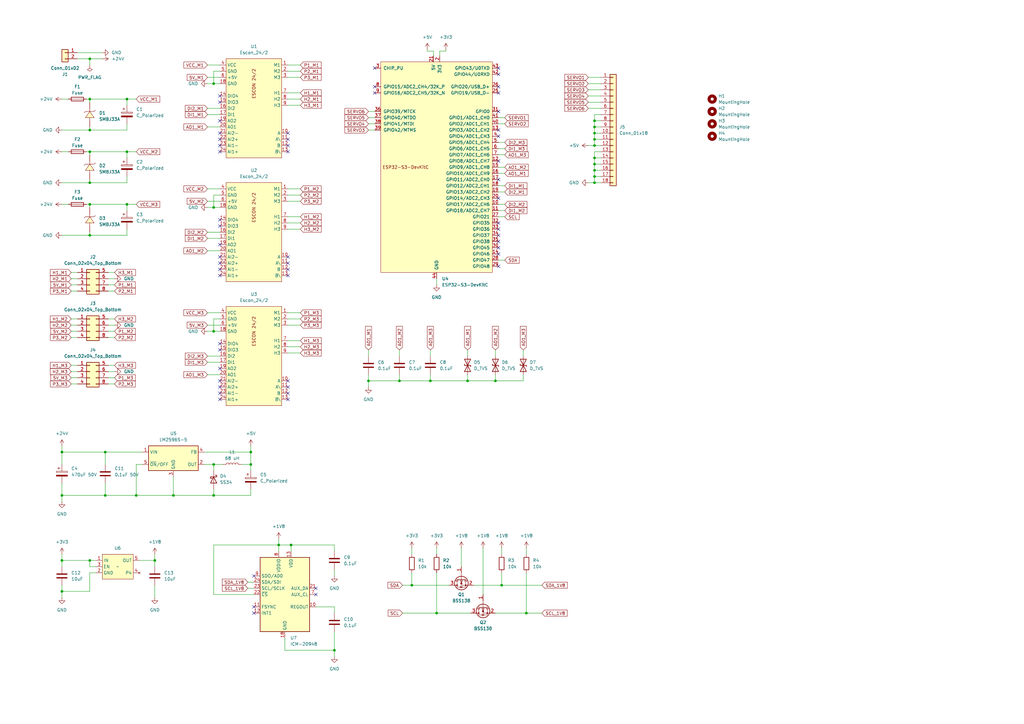
<source format=kicad_sch>
(kicad_sch (version 20230121) (generator eeschema)
  (paper "A3")
  (junction (at 36.83 40.64))
  (junction (at 243.84 54.61))
  (junction (at 43.18 185.42))
  (junction (at 87.63 190.5))
  (junction (at 215.9 251.46))
  (junction (at 25.4 203.2))
  (junction (at 119.38 223.52))
  (junction (at 243.84 49.53))
  (junction (at 151.13 156.21))
  (junction (at 52.07 62.23))
  (junction (at 87.63 34.29))
  (junction (at 71.12 203.2))
  (junction (at 25.4 185.42))
  (junction (at 243.84 69.85))
  (junction (at 36.83 24.13))
  (junction (at 191.77 156.21))
  (junction (at 243.84 72.39))
  (junction (at 243.84 52.07))
  (junction (at 87.63 85.09))
  (junction (at 63.5 229.87))
  (junction (at 176.53 156.21))
  (junction (at 102.87 190.5))
  (junction (at 243.84 57.15))
  (junction (at 163.83 156.21))
  (junction (at 205.74 240.03))
  (junction (at 114.3 223.52))
  (junction (at 36.83 229.87))
  (junction (at 243.84 64.77))
  (junction (at 243.84 67.31))
  (junction (at 25.4 229.87))
  (junction (at 52.07 83.82))
  (junction (at 243.84 59.69))
  (junction (at 168.91 240.03))
  (junction (at 36.83 74.93))
  (junction (at 102.87 185.42))
  (junction (at 43.18 203.2))
  (junction (at 179.07 251.46))
  (junction (at 87.63 135.89))
  (junction (at 55.88 203.2))
  (junction (at 36.83 62.23))
  (junction (at 36.83 83.82))
  (junction (at 36.83 53.34))
  (junction (at 25.4 242.57))
  (junction (at 36.83 96.52))
  (junction (at 87.63 203.2))
  (junction (at 52.07 40.64))
  (junction (at 137.16 266.7))
  (junction (at 203.2 156.21))
  (junction (at 243.84 74.93))
  (no_connect (at 118.11 107.95))
  (no_connect (at 204.47 30.48))
  (no_connect (at 204.47 73.66))
  (no_connect (at 104.14 248.92))
  (no_connect (at 204.47 45.72))
  (no_connect (at 90.17 161.29))
  (no_connect (at 118.11 156.21))
  (no_connect (at 90.17 110.49))
  (no_connect (at 90.17 158.75))
  (no_connect (at 90.17 49.53))
  (no_connect (at 118.11 110.49))
  (no_connect (at 90.17 156.21))
  (no_connect (at 204.47 101.6))
  (no_connect (at 129.54 243.84))
  (no_connect (at 90.17 105.41))
  (no_connect (at 90.17 59.69))
  (no_connect (at 104.14 251.46))
  (no_connect (at 118.11 54.61))
  (no_connect (at 118.11 113.03))
  (no_connect (at 90.17 57.15))
  (no_connect (at 204.47 99.06))
  (no_connect (at 90.17 54.61))
  (no_connect (at 90.17 143.51))
  (no_connect (at 90.17 107.95))
  (no_connect (at 90.17 113.03))
  (no_connect (at 204.47 93.98))
  (no_connect (at 204.47 55.88))
  (no_connect (at 204.47 109.22))
  (no_connect (at 118.11 105.41))
  (no_connect (at 90.17 62.23))
  (no_connect (at 129.54 241.3))
  (no_connect (at 204.47 38.1))
  (no_connect (at 204.47 96.52))
  (no_connect (at 118.11 57.15))
  (no_connect (at 90.17 100.33))
  (no_connect (at 204.47 35.56))
  (no_connect (at 204.47 53.34))
  (no_connect (at 204.47 27.94))
  (no_connect (at 104.14 236.22))
  (no_connect (at 90.17 140.97))
  (no_connect (at 90.17 92.71))
  (no_connect (at 118.11 163.83))
  (no_connect (at 153.67 35.56))
  (no_connect (at 90.17 41.91))
  (no_connect (at 90.17 39.37))
  (no_connect (at 118.11 161.29))
  (no_connect (at 204.47 91.44))
  (no_connect (at 204.47 66.04))
  (no_connect (at 204.47 81.28))
  (no_connect (at 153.67 38.1))
  (no_connect (at 90.17 151.13))
  (no_connect (at 118.11 62.23))
  (no_connect (at 204.47 104.14))
  (no_connect (at 90.17 163.83))
  (no_connect (at 153.67 27.94))
  (no_connect (at 118.11 158.75))
  (no_connect (at 118.11 59.69))
  (no_connect (at 90.17 90.17))
  (wire (pts (xy 204.47 86.36) (xy 207.01 86.36)))
  (wire (pts (xy 179.07 114.3) (xy 179.07 116.84)))
  (wire (pts (xy 29.21 135.89) (xy 31.75 135.89)))
  (wire (pts (xy 203.2 251.46) (xy 215.9 251.46)))
  (wire (pts (xy 87.63 135.89) (xy 90.17 135.89)))
  (wire (pts (xy 241.3 59.69) (xy 243.84 59.69)))
  (wire (pts (xy 114.3 220.98) (xy 114.3 223.52)))
  (wire (pts (xy 204.47 50.8) (xy 207.01 50.8)))
  (wire (pts (xy 63.5 227.33) (xy 63.5 229.87)))
  (wire (pts (xy 29.21 114.3) (xy 31.75 114.3)))
  (wire (pts (xy 176.53 153.67) (xy 176.53 156.21)))
  (wire (pts (xy 44.45 133.35) (xy 46.99 133.35)))
  (wire (pts (xy 243.84 69.85) (xy 243.84 72.39)))
  (wire (pts (xy 85.09 31.75) (xy 90.17 31.75)))
  (wire (pts (xy 29.21 119.38) (xy 31.75 119.38)))
  (wire (pts (xy 52.07 62.23) (xy 55.88 62.23)))
  (wire (pts (xy 25.4 198.12) (xy 25.4 203.2)))
  (wire (pts (xy 52.07 64.77) (xy 52.07 62.23)))
  (wire (pts (xy 114.3 223.52) (xy 114.3 226.06)))
  (wire (pts (xy 241.3 36.83) (xy 246.38 36.83)))
  (wire (pts (xy 203.2 153.67) (xy 203.2 156.21)))
  (wire (pts (xy 83.82 190.5) (xy 87.63 190.5)))
  (wire (pts (xy 36.83 74.93) (xy 52.07 74.93)))
  (wire (pts (xy 85.09 85.09) (xy 87.63 85.09)))
  (wire (pts (xy 194.31 240.03) (xy 205.74 240.03)))
  (wire (pts (xy 198.12 224.79) (xy 198.12 243.84)))
  (wire (pts (xy 119.38 226.06) (xy 119.38 223.52)))
  (wire (pts (xy 179.07 224.79) (xy 179.07 227.33)))
  (wire (pts (xy 58.42 190.5) (xy 55.88 190.5)))
  (wire (pts (xy 102.87 182.88) (xy 102.87 185.42)))
  (wire (pts (xy 55.88 190.5) (xy 55.88 203.2)))
  (wire (pts (xy 35.56 40.64) (xy 36.83 40.64)))
  (wire (pts (xy 204.47 68.58) (xy 207.01 68.58)))
  (wire (pts (xy 36.83 62.23) (xy 52.07 62.23)))
  (wire (pts (xy 52.07 43.18) (xy 52.07 40.64)))
  (wire (pts (xy 204.47 63.5) (xy 207.01 63.5)))
  (wire (pts (xy 118.11 139.7) (xy 123.19 139.7)))
  (wire (pts (xy 52.07 83.82) (xy 55.88 83.82)))
  (wire (pts (xy 175.26 20.955) (xy 177.8 20.955)))
  (wire (pts (xy 137.16 233.68) (xy 137.16 236.22)))
  (wire (pts (xy 137.16 248.92) (xy 137.16 251.46)))
  (wire (pts (xy 102.87 203.2) (xy 87.63 203.2)))
  (wire (pts (xy 246.38 72.39) (xy 243.84 72.39)))
  (wire (pts (xy 189.23 224.79) (xy 189.23 232.41)))
  (wire (pts (xy 243.84 49.53) (xy 243.84 46.99)))
  (wire (pts (xy 137.16 226.06) (xy 137.16 223.52)))
  (wire (pts (xy 44.45 114.3) (xy 46.99 114.3)))
  (wire (pts (xy 52.07 86.36) (xy 52.07 83.82)))
  (wire (pts (xy 36.83 83.82) (xy 36.83 85.09)))
  (wire (pts (xy 191.77 153.67) (xy 191.77 156.21)))
  (wire (pts (xy 85.09 128.27) (xy 90.17 128.27)))
  (wire (pts (xy 44.45 116.84) (xy 46.99 116.84)))
  (wire (pts (xy 246.38 54.61) (xy 243.84 54.61)))
  (wire (pts (xy 118.11 38.1) (xy 123.19 38.1)))
  (wire (pts (xy 118.11 128.27) (xy 123.19 128.27)))
  (wire (pts (xy 176.53 143.51) (xy 176.53 146.05)))
  (wire (pts (xy 36.83 40.64) (xy 36.83 41.91)))
  (wire (pts (xy 25.4 240.03) (xy 25.4 242.57)))
  (wire (pts (xy 205.74 234.95) (xy 205.74 240.03)))
  (wire (pts (xy 243.84 46.99) (xy 246.38 46.99)))
  (wire (pts (xy 137.16 266.7) (xy 137.16 269.24)))
  (wire (pts (xy 163.83 156.21) (xy 176.53 156.21)))
  (wire (pts (xy 165.1 251.46) (xy 179.07 251.46)))
  (wire (pts (xy 246.38 59.69) (xy 243.84 59.69)))
  (wire (pts (xy 85.09 34.29) (xy 87.63 34.29)))
  (wire (pts (xy 29.21 157.48) (xy 31.75 157.48)))
  (wire (pts (xy 243.84 52.07) (xy 243.84 49.53)))
  (wire (pts (xy 118.11 130.81) (xy 123.19 130.81)))
  (wire (pts (xy 246.38 49.53) (xy 243.84 49.53)))
  (wire (pts (xy 52.07 50.8) (xy 52.07 53.34)))
  (wire (pts (xy 241.3 34.29) (xy 246.38 34.29)))
  (wire (pts (xy 151.13 50.8) (xy 153.67 50.8)))
  (wire (pts (xy 246.38 67.31) (xy 243.84 67.31)))
  (wire (pts (xy 118.11 26.67) (xy 123.19 26.67)))
  (wire (pts (xy 29.21 130.81) (xy 31.75 130.81)))
  (wire (pts (xy 25.4 229.87) (xy 25.4 232.41)))
  (wire (pts (xy 241.3 74.93) (xy 243.84 74.93)))
  (wire (pts (xy 52.07 72.39) (xy 52.07 74.93)))
  (wire (pts (xy 163.83 143.51) (xy 163.83 146.05)))
  (wire (pts (xy 246.38 74.93) (xy 243.84 74.93)))
  (wire (pts (xy 182.88 20.955) (xy 180.34 20.955)))
  (wire (pts (xy 116.84 266.7) (xy 137.16 266.7)))
  (wire (pts (xy 129.54 248.92) (xy 137.16 248.92)))
  (wire (pts (xy 204.47 83.82) (xy 207.01 83.82)))
  (wire (pts (xy 118.11 77.47) (xy 123.19 77.47)))
  (wire (pts (xy 87.63 190.5) (xy 91.44 190.5)))
  (wire (pts (xy 168.91 224.79) (xy 168.91 227.33)))
  (wire (pts (xy 168.91 234.95) (xy 168.91 240.03)))
  (wire (pts (xy 203.2 143.51) (xy 203.2 146.05)))
  (wire (pts (xy 39.37 232.41) (xy 36.83 232.41)))
  (wire (pts (xy 85.09 135.89) (xy 87.63 135.89)))
  (wire (pts (xy 44.45 149.86) (xy 46.99 149.86)))
  (wire (pts (xy 29.21 111.76) (xy 31.75 111.76)))
  (wire (pts (xy 204.47 106.68) (xy 207.01 106.68)))
  (wire (pts (xy 204.47 60.96) (xy 207.01 60.96)))
  (wire (pts (xy 191.77 156.21) (xy 203.2 156.21)))
  (wire (pts (xy 25.4 203.2) (xy 43.18 203.2)))
  (wire (pts (xy 241.3 44.45) (xy 246.38 44.45)))
  (wire (pts (xy 85.09 146.05) (xy 90.17 146.05)))
  (wire (pts (xy 116.84 261.62) (xy 116.84 266.7)))
  (wire (pts (xy 118.11 144.78) (xy 123.19 144.78)))
  (wire (pts (xy 36.83 234.95) (xy 36.83 242.57)))
  (wire (pts (xy 85.09 95.25) (xy 90.17 95.25)))
  (wire (pts (xy 29.21 116.84) (xy 31.75 116.84)))
  (wire (pts (xy 182.88 20.32) (xy 182.88 20.955)))
  (wire (pts (xy 87.63 80.01) (xy 87.63 85.09)))
  (wire (pts (xy 25.4 96.52) (xy 36.83 96.52)))
  (wire (pts (xy 85.09 102.87) (xy 90.17 102.87)))
  (wire (pts (xy 43.18 185.42) (xy 58.42 185.42)))
  (wire (pts (xy 151.13 53.34) (xy 153.67 53.34)))
  (wire (pts (xy 85.09 97.79) (xy 90.17 97.79)))
  (wire (pts (xy 25.4 83.82) (xy 27.94 83.82)))
  (wire (pts (xy 71.12 195.58) (xy 71.12 203.2)))
  (wire (pts (xy 57.15 229.87) (xy 63.5 229.87)))
  (wire (pts (xy 243.84 72.39) (xy 243.84 74.93)))
  (wire (pts (xy 243.84 59.69) (xy 243.84 57.15)))
  (wire (pts (xy 90.17 29.21) (xy 87.63 29.21)))
  (wire (pts (xy 36.83 52.07) (xy 36.83 53.34)))
  (wire (pts (xy 43.18 198.12) (xy 43.18 203.2)))
  (wire (pts (xy 52.07 40.64) (xy 55.88 40.64)))
  (wire (pts (xy 36.83 232.41) (xy 36.83 229.87)))
  (wire (pts (xy 205.74 240.03) (xy 222.25 240.03)))
  (wire (pts (xy 177.8 20.955) (xy 177.8 22.86)))
  (wire (pts (xy 137.16 259.08) (xy 137.16 266.7)))
  (wire (pts (xy 191.77 143.51) (xy 191.77 146.05)))
  (wire (pts (xy 36.83 53.34) (xy 52.07 53.34)))
  (wire (pts (xy 204.47 76.2) (xy 207.01 76.2)))
  (wire (pts (xy 90.17 130.81) (xy 87.63 130.81)))
  (wire (pts (xy 25.4 62.23) (xy 27.94 62.23)))
  (wire (pts (xy 87.63 190.5) (xy 87.63 193.04)))
  (wire (pts (xy 102.87 200.66) (xy 102.87 203.2)))
  (wire (pts (xy 25.4 227.33) (xy 25.4 229.87)))
  (wire (pts (xy 25.4 185.42) (xy 43.18 185.42)))
  (wire (pts (xy 36.83 96.52) (xy 52.07 96.52)))
  (wire (pts (xy 36.83 62.23) (xy 36.83 63.5)))
  (wire (pts (xy 63.5 240.03) (xy 63.5 245.11)))
  (wire (pts (xy 44.45 130.81) (xy 46.99 130.81)))
  (wire (pts (xy 176.53 156.21) (xy 191.77 156.21)))
  (wire (pts (xy 165.1 240.03) (xy 168.91 240.03)))
  (wire (pts (xy 25.4 74.93) (xy 36.83 74.93)))
  (wire (pts (xy 119.38 223.52) (xy 114.3 223.52)))
  (wire (pts (xy 118.11 88.9) (xy 123.19 88.9)))
  (wire (pts (xy 83.82 185.42) (xy 102.87 185.42)))
  (wire (pts (xy 87.63 200.66) (xy 87.63 203.2)))
  (wire (pts (xy 25.4 40.64) (xy 27.94 40.64)))
  (wire (pts (xy 246.38 64.77) (xy 243.84 64.77)))
  (wire (pts (xy 175.26 20.32) (xy 175.26 20.955)))
  (wire (pts (xy 243.84 54.61) (xy 243.84 52.07)))
  (wire (pts (xy 180.34 20.955) (xy 180.34 22.86)))
  (wire (pts (xy 29.21 138.43) (xy 31.75 138.43)))
  (wire (pts (xy 204.47 78.74) (xy 207.01 78.74)))
  (wire (pts (xy 85.09 52.07) (xy 90.17 52.07)))
  (wire (pts (xy 25.4 203.2) (xy 25.4 205.74)))
  (wire (pts (xy 25.4 53.34) (xy 36.83 53.34)))
  (wire (pts (xy 168.91 240.03) (xy 184.15 240.03)))
  (wire (pts (xy 35.56 83.82) (xy 36.83 83.82)))
  (wire (pts (xy 36.83 24.13) (xy 36.83 26.67)))
  (wire (pts (xy 85.09 133.35) (xy 90.17 133.35)))
  (wire (pts (xy 36.83 73.66) (xy 36.83 74.93)))
  (wire (pts (xy 246.38 57.15) (xy 243.84 57.15)))
  (wire (pts (xy 87.63 223.52) (xy 87.63 243.84)))
  (wire (pts (xy 85.09 82.55) (xy 90.17 82.55)))
  (wire (pts (xy 29.21 154.94) (xy 31.75 154.94)))
  (wire (pts (xy 25.4 185.42) (xy 25.4 190.5)))
  (wire (pts (xy 118.11 43.18) (xy 123.19 43.18)))
  (wire (pts (xy 36.83 229.87) (xy 39.37 229.87)))
  (wire (pts (xy 44.45 157.48) (xy 46.99 157.48)))
  (wire (pts (xy 118.11 82.55) (xy 123.19 82.55)))
  (wire (pts (xy 204.47 88.9) (xy 207.01 88.9)))
  (wire (pts (xy 44.45 152.4) (xy 46.99 152.4)))
  (wire (pts (xy 29.21 149.86) (xy 31.75 149.86)))
  (wire (pts (xy 85.09 46.99) (xy 90.17 46.99)))
  (wire (pts (xy 87.63 34.29) (xy 90.17 34.29)))
  (wire (pts (xy 246.38 69.85) (xy 243.84 69.85)))
  (wire (pts (xy 44.45 154.94) (xy 46.99 154.94)))
  (wire (pts (xy 87.63 29.21) (xy 87.63 34.29)))
  (wire (pts (xy 44.45 119.38) (xy 46.99 119.38)))
  (wire (pts (xy 102.87 190.5) (xy 102.87 193.04)))
  (wire (pts (xy 43.18 203.2) (xy 55.88 203.2)))
  (wire (pts (xy 215.9 234.95) (xy 215.9 251.46)))
  (wire (pts (xy 85.09 148.59) (xy 90.17 148.59)))
  (wire (pts (xy 215.9 251.46) (xy 222.25 251.46)))
  (wire (pts (xy 39.37 234.95) (xy 36.83 234.95)))
  (wire (pts (xy 36.83 95.25) (xy 36.83 96.52)))
  (wire (pts (xy 31.75 21.59) (xy 41.91 21.59)))
  (wire (pts (xy 151.13 143.51) (xy 151.13 146.05)))
  (wire (pts (xy 85.09 77.47) (xy 90.17 77.47)))
  (wire (pts (xy 243.84 64.77) (xy 243.84 62.23)))
  (wire (pts (xy 25.4 229.87) (xy 36.83 229.87)))
  (wire (pts (xy 151.13 156.21) (xy 151.13 158.75)))
  (wire (pts (xy 43.18 185.42) (xy 43.18 190.5)))
  (wire (pts (xy 243.84 62.23) (xy 246.38 62.23)))
  (wire (pts (xy 118.11 93.98) (xy 123.19 93.98)))
  (wire (pts (xy 246.38 52.07) (xy 243.84 52.07)))
  (wire (pts (xy 44.45 135.89) (xy 46.99 135.89)))
  (wire (pts (xy 204.47 71.12) (xy 207.01 71.12)))
  (wire (pts (xy 87.63 130.81) (xy 87.63 135.89)))
  (wire (pts (xy 87.63 243.84) (xy 104.14 243.84)))
  (wire (pts (xy 118.11 29.21) (xy 123.19 29.21)))
  (wire (pts (xy 151.13 48.26) (xy 153.67 48.26)))
  (wire (pts (xy 29.21 133.35) (xy 31.75 133.35)))
  (wire (pts (xy 44.45 138.43) (xy 46.99 138.43)))
  (wire (pts (xy 214.63 153.67) (xy 214.63 156.21)))
  (wire (pts (xy 85.09 26.67) (xy 90.17 26.67)))
  (wire (pts (xy 90.17 80.01) (xy 87.63 80.01)))
  (wire (pts (xy 204.47 48.26) (xy 207.01 48.26)))
  (wire (pts (xy 118.11 31.75) (xy 123.19 31.75)))
  (wire (pts (xy 179.07 251.46) (xy 193.04 251.46)))
  (wire (pts (xy 87.63 203.2) (xy 71.12 203.2)))
  (wire (pts (xy 205.74 224.79) (xy 205.74 227.33)))
  (wire (pts (xy 118.11 133.35) (xy 123.19 133.35)))
  (wire (pts (xy 241.3 41.91) (xy 246.38 41.91)))
  (wire (pts (xy 243.84 67.31) (xy 243.84 69.85)))
  (wire (pts (xy 114.3 223.52) (xy 87.63 223.52)))
  (wire (pts (xy 118.11 142.24) (xy 123.19 142.24)))
  (wire (pts (xy 71.12 203.2) (xy 55.88 203.2)))
  (wire (pts (xy 137.16 223.52) (xy 119.38 223.52)))
  (wire (pts (xy 36.83 83.82) (xy 52.07 83.82)))
  (wire (pts (xy 151.13 156.21) (xy 163.83 156.21)))
  (wire (pts (xy 243.84 64.77) (xy 243.84 67.31)))
  (wire (pts (xy 87.63 85.09) (xy 90.17 85.09)))
  (wire (pts (xy 85.09 153.67) (xy 90.17 153.67)))
  (wire (pts (xy 151.13 153.67) (xy 151.13 156.21)))
  (wire (pts (xy 99.06 190.5) (xy 102.87 190.5)))
  (wire (pts (xy 52.07 93.98) (xy 52.07 96.52)))
  (wire (pts (xy 179.07 234.95) (xy 179.07 251.46)))
  (wire (pts (xy 163.83 153.67) (xy 163.83 156.21)))
  (wire (pts (xy 44.45 111.76) (xy 46.99 111.76)))
  (wire (pts (xy 101.6 238.76) (xy 104.14 238.76)))
  (wire (pts (xy 118.11 40.64) (xy 123.19 40.64)))
  (wire (pts (xy 215.9 224.79) (xy 215.9 227.33)))
  (wire (pts (xy 85.09 44.45) (xy 90.17 44.45)))
  (wire (pts (xy 243.84 54.61) (xy 243.84 57.15)))
  (wire (pts (xy 29.21 152.4) (xy 31.75 152.4)))
  (wire (pts (xy 31.75 24.13) (xy 36.83 24.13)))
  (wire (pts (xy 241.3 39.37) (xy 246.38 39.37)))
  (wire (pts (xy 25.4 242.57) (xy 25.4 245.11)))
  (wire (pts (xy 25.4 242.57) (xy 36.83 242.57)))
  (wire (pts (xy 63.5 229.87) (xy 63.5 232.41)))
  (wire (pts (xy 101.6 241.3) (xy 104.14 241.3)))
  (wire (pts (xy 25.4 182.88) (xy 25.4 185.42)))
  (wire (pts (xy 35.56 62.23) (xy 36.83 62.23)))
  (wire (pts (xy 204.47 58.42) (xy 207.01 58.42)))
  (wire (pts (xy 36.83 40.64) (xy 52.07 40.64)))
  (wire (pts (xy 203.2 156.21) (xy 214.63 156.21)))
  (wire (pts (xy 118.11 80.01) (xy 123.19 80.01)))
  (wire (pts (xy 151.13 45.72) (xy 153.67 45.72)))
  (wire (pts (xy 214.63 143.51) (xy 214.63 146.05)))
  (wire (pts (xy 241.3 31.75) (xy 246.38 31.75)))
  (wire (pts (xy 118.11 91.44) (xy 123.19 91.44)))
  (wire (pts (xy 36.83 24.13) (xy 41.91 24.13)))
  (wire (pts (xy 102.87 190.5) (xy 102.87 185.42)))
  (global_label "H3_M1" (shape input) (at 123.19 43.18 0) (property "Intersheetrefs" "${INTERSHEET_REFS}" (effects hide)))
  (global_label "SDA_1V8" (shape input) (at 101.6 238.76 180) (property "Intersheetrefs" "${INTERSHEET_REFS}" (effects hide)))
  (global_label "P1_M2" (shape input) (at 123.19 77.47 0) (property "Intersheetrefs" "${INTERSHEET_REFS}" (effects hide)))
  (global_label "H1_M3" (shape input) (at 123.19 139.7 0) (property "Intersheetrefs" "${INTERSHEET_REFS}" (effects hide)))
  (global_label "VCC_M3" (shape input) (at 85.09 128.27 180) (property "Intersheetrefs" "${INTERSHEET_REFS}" (effects hide)))
  (global_label "DI1_M3" (shape input) (at 85.09 148.59 180) (property "Intersheetrefs" "${INTERSHEET_REFS}" (effects hide)))
  (global_label "SERVO3" (shape input) (at 241.3 36.83 180) (property "Intersheetrefs" "${INTERSHEET_REFS}" (effects hide)))
  (global_label "P1_M2" (shape input) (at 46.99 135.89 0) (property "Intersheetrefs" "${INTERSHEET_REFS}" (effects hide)))
  (global_label "H3_M2" (shape input) (at 46.99 130.81 0) (property "Intersheetrefs" "${INTERSHEET_REFS}" (effects hide)))
  (global_label "H1_M1" (shape input) (at 123.19 38.1 0) (property "Intersheetrefs" "${INTERSHEET_REFS}" (effects hide)))
  (global_label "SERVO5" (shape input) (at 241.3 41.91 180) (property "Intersheetrefs" "${INTERSHEET_REFS}" (effects hide)))
  (global_label "SCL_1V8" (shape input) (at 101.6 241.3 180) (property "Intersheetrefs" "${INTERSHEET_REFS}" (effects hide)))
  (global_label "SERVO3" (shape input) (at 151.13 53.34 180) (property "Intersheetrefs" "${INTERSHEET_REFS}" (effects hide)))
  (global_label "AO1_M2" (shape input) (at 163.83 143.51 90) (property "Intersheetrefs" "${INTERSHEET_REFS}" (effects hide)))
  (global_label "H2_M1" (shape input) (at 29.21 114.3 180) (property "Intersheetrefs" "${INTERSHEET_REFS}" (effects hide)))
  (global_label "H2_M2" (shape input) (at 123.19 91.44 0) (property "Intersheetrefs" "${INTERSHEET_REFS}" (effects hide)))
  (global_label "VCC_M2" (shape input) (at 55.88 62.23 0) (property "Intersheetrefs" "${INTERSHEET_REFS}" (effects hide)))
  (global_label "SDA" (shape input) (at 165.1 240.03 180) (property "Intersheetrefs" "${INTERSHEET_REFS}" (effects hide)))
  (global_label "H2_M2" (shape input) (at 29.21 133.35 180) (property "Intersheetrefs" "${INTERSHEET_REFS}" (effects hide)))
  (global_label "DI2_M1" (shape input) (at 85.09 44.45 180) (property "Intersheetrefs" "${INTERSHEET_REFS}" (effects hide)))
  (global_label "AO1_M2" (shape input) (at 85.09 102.87 180) (property "Intersheetrefs" "${INTERSHEET_REFS}" (effects hide)))
  (global_label "H3_M2" (shape input) (at 123.19 93.98 0) (property "Intersheetrefs" "${INTERSHEET_REFS}" (effects hide)))
  (global_label "P3_M1" (shape input) (at 123.19 31.75 0) (property "Intersheetrefs" "${INTERSHEET_REFS}" (effects hide)))
  (global_label "P3_M1" (shape input) (at 29.21 119.38 180) (property "Intersheetrefs" "${INTERSHEET_REFS}" (effects hide)))
  (global_label "SERVO1" (shape input) (at 207.01 48.26 0) (property "Intersheetrefs" "${INTERSHEET_REFS}" (effects hide)))
  (global_label "SERVO1" (shape input) (at 241.3 31.75 180) (property "Intersheetrefs" "${INTERSHEET_REFS}" (effects hide)))
  (global_label "SCL" (shape input) (at 165.1 251.46 180) (property "Intersheetrefs" "${INTERSHEET_REFS}" (effects hide)))
  (global_label "DI1_M2" (shape input) (at 85.09 97.79 180) (property "Intersheetrefs" "${INTERSHEET_REFS}" (effects hide)))
  (global_label "P3_M2" (shape input) (at 29.21 138.43 180) (property "Intersheetrefs" "${INTERSHEET_REFS}" (effects hide)))
  (global_label "H1_M2" (shape input) (at 123.19 88.9 0) (property "Intersheetrefs" "${INTERSHEET_REFS}" (effects hide)))
  (global_label "SCL_1V8" (shape input) (at 222.25 251.46 0) (property "Intersheetrefs" "${INTERSHEET_REFS}" (effects hide)))
  (global_label "AO1_M1" (shape input) (at 207.01 71.12 0) (property "Intersheetrefs" "${INTERSHEET_REFS}" (effects hide)))
  (global_label "AO1_M1" (shape input) (at 85.09 52.07 180) (property "Intersheetrefs" "${INTERSHEET_REFS}" (effects hide)))
  (global_label "AO1_M3" (shape input) (at 207.01 63.5 0) (property "Intersheetrefs" "${INTERSHEET_REFS}" (effects hide)))
  (global_label "SERVO6" (shape input) (at 151.13 45.72 180) (property "Intersheetrefs" "${INTERSHEET_REFS}" (effects hide)))
  (global_label "P3_M2" (shape input) (at 123.19 82.55 0) (property "Intersheetrefs" "${INTERSHEET_REFS}" (effects hide)))
  (global_label "5V_M2" (shape input) (at 85.09 82.55 180) (property "Intersheetrefs" "${INTERSHEET_REFS}" (effects hide)))
  (global_label "H2_M1" (shape input) (at 123.19 40.64 0) (property "Intersheetrefs" "${INTERSHEET_REFS}" (effects hide)))
  (global_label "P2_M3" (shape input) (at 123.19 130.81 0) (property "Intersheetrefs" "${INTERSHEET_REFS}" (effects hide)))
  (global_label "P2_M3" (shape input) (at 46.99 157.48 0) (property "Intersheetrefs" "${INTERSHEET_REFS}" (effects hide)))
  (global_label "SCL" (shape input) (at 207.01 88.9 0) (property "Intersheetrefs" "${INTERSHEET_REFS}" (effects hide)))
  (global_label "P2_M1" (shape input) (at 123.19 29.21 0) (property "Intersheetrefs" "${INTERSHEET_REFS}" (effects hide)))
  (global_label "P1_M3" (shape input) (at 123.19 128.27 0) (property "Intersheetrefs" "${INTERSHEET_REFS}" (effects hide)))
  (global_label "VCC_M1" (shape input) (at 55.88 40.64 0) (property "Intersheetrefs" "${INTERSHEET_REFS}" (effects hide)))
  (global_label "H1_M2" (shape input) (at 29.21 130.81 180) (property "Intersheetrefs" "${INTERSHEET_REFS}" (effects hide)))
  (global_label "SERVO2" (shape input) (at 241.3 34.29 180) (property "Intersheetrefs" "${INTERSHEET_REFS}" (effects hide)))
  (global_label "SDA_1V8" (shape input) (at 222.25 240.03 0) (property "Intersheetrefs" "${INTERSHEET_REFS}" (effects hide)))
  (global_label "P3_M3" (shape input) (at 29.21 157.48 180) (property "Intersheetrefs" "${INTERSHEET_REFS}" (effects hide)))
  (global_label "P1_M1" (shape input) (at 46.99 116.84 0) (property "Intersheetrefs" "${INTERSHEET_REFS}" (effects hide)))
  (global_label "5V_M3" (shape input) (at 85.09 133.35 180) (property "Intersheetrefs" "${INTERSHEET_REFS}" (effects hide)))
  (global_label "AO1_M1" (shape input) (at 151.13 143.51 90) (property "Intersheetrefs" "${INTERSHEET_REFS}" (effects hide)))
  (global_label "H3_M1" (shape input) (at 46.99 111.76 0) (property "Intersheetrefs" "${INTERSHEET_REFS}" (effects hide)))
  (global_label "P1_M1" (shape input) (at 123.19 26.67 0) (property "Intersheetrefs" "${INTERSHEET_REFS}" (effects hide)))
  (global_label "P1_M3" (shape input) (at 46.99 154.94 0) (property "Intersheetrefs" "${INTERSHEET_REFS}" (effects hide)))
  (global_label "H3_M3" (shape input) (at 123.19 144.78 0) (property "Intersheetrefs" "${INTERSHEET_REFS}" (effects hide)))
  (global_label "DI2_M3" (shape input) (at 207.01 58.42 0) (property "Intersheetrefs" "${INTERSHEET_REFS}" (effects hide)))
  (global_label "SERVO6" (shape input) (at 241.3 44.45 180) (property "Intersheetrefs" "${INTERSHEET_REFS}" (effects hide)))
  (global_label "5V_M3" (shape input) (at 29.21 154.94 180) (property "Intersheetrefs" "${INTERSHEET_REFS}" (effects hide)))
  (global_label "AO1_M1" (shape input) (at 191.77 143.51 90) (property "Intersheetrefs" "${INTERSHEET_REFS}" (effects hide)))
  (global_label "AO1_M2" (shape input) (at 203.2 143.51 90) (property "Intersheetrefs" "${INTERSHEET_REFS}" (effects hide)))
  (global_label "SERVO4" (shape input) (at 241.3 39.37 180) (property "Intersheetrefs" "${INTERSHEET_REFS}" (effects hide)))
  (global_label "H1_M3" (shape input) (at 29.21 149.86 180) (property "Intersheetrefs" "${INTERSHEET_REFS}" (effects hide)))
  (global_label "VCC_M3" (shape input) (at 55.88 83.82 0) (property "Intersheetrefs" "${INTERSHEET_REFS}" (effects hide)))
  (global_label "5V_M1" (shape input) (at 85.09 31.75 180) (property "Intersheetrefs" "${INTERSHEET_REFS}" (effects hide)))
  (global_label "AO1_M3" (shape input) (at 214.63 143.51 90) (property "Intersheetrefs" "${INTERSHEET_REFS}" (effects hide)))
  (global_label "SDA" (shape input) (at 207.01 106.68 0) (property "Intersheetrefs" "${INTERSHEET_REFS}" (effects hide)))
  (global_label "DI2_M1" (shape input) (at 207.01 78.74 0) (property "Intersheetrefs" "${INTERSHEET_REFS}" (effects hide)))
  (global_label "SERVO2" (shape input) (at 207.01 50.8 0) (property "Intersheetrefs" "${INTERSHEET_REFS}" (effects hide)))
  (global_label "SERVO5" (shape input) (at 151.13 48.26 180) (property "Intersheetrefs" "${INTERSHEET_REFS}" (effects hide)))
  (global_label "DI1_M3" (shape input) (at 207.01 60.96 0) (property "Intersheetrefs" "${INTERSHEET_REFS}" (effects hide)))
  (global_label "H2_M3" (shape input) (at 123.19 142.24 0) (property "Intersheetrefs" "${INTERSHEET_REFS}" (effects hide)))
  (global_label "VCC_M2" (shape input) (at 85.09 77.47 180) (property "Intersheetrefs" "${INTERSHEET_REFS}" (effects hide)))
  (global_label "AO1_M3" (shape input) (at 176.53 143.51 90) (property "Intersheetrefs" "${INTERSHEET_REFS}" (effects hide)))
  (global_label "AO1_M3" (shape input) (at 85.09 153.67 180) (property "Intersheetrefs" "${INTERSHEET_REFS}" (effects hide)))
  (global_label "P2_M2" (shape input) (at 123.19 80.01 0) (property "Intersheetrefs" "${INTERSHEET_REFS}" (effects hide)))
  (global_label "DI1_M2" (shape input) (at 207.01 86.36 0) (property "Intersheetrefs" "${INTERSHEET_REFS}" (effects hide)))
  (global_label "DI2_M2" (shape input) (at 207.01 83.82 0) (property "Intersheetrefs" "${INTERSHEET_REFS}" (effects hide)))
  (global_label "SERVO4" (shape input) (at 151.13 50.8 180) (property "Intersheetrefs" "${INTERSHEET_REFS}" (effects hide)))
  (global_label "H2_M3" (shape input) (at 29.21 152.4 180) (property "Intersheetrefs" "${INTERSHEET_REFS}" (effects hide)))
  (global_label "H1_M1" (shape input) (at 29.21 111.76 180) (property "Intersheetrefs" "${INTERSHEET_REFS}" (effects hide)))
  (global_label "DI2_M3" (shape input) (at 85.09 146.05 180) (property "Intersheetrefs" "${INTERSHEET_REFS}" (effects hide)))
  (global_label "5V_M2" (shape input) (at 29.21 135.89 180) (property "Intersheetrefs" "${INTERSHEET_REFS}" (effects hide)))
  (global_label "VCC_M1" (shape input) (at 85.09 26.67 180) (property "Intersheetrefs" "${INTERSHEET_REFS}" (effects hide)))
  (global_label "DI1_M1" (shape input) (at 207.01 76.2 0) (property "Intersheetrefs" "${INTERSHEET_REFS}" (effects hide)))
  (global_label "5V_M1" (shape input) (at 29.21 116.84 180) (property "Intersheetrefs" "${INTERSHEET_REFS}" (effects hide)))
  (global_label "P2_M1" (shape input) (at 46.99 119.38 0) (property "Intersheetrefs" "${INTERSHEET_REFS}" (effects hide)))
  (global_label "H3_M3" (shape input) (at 46.99 149.86 0) (property "Intersheetrefs" "${INTERSHEET_REFS}" (effects hide)))
  (global_label "P2_M2" (shape input) (at 46.99 138.43 0) (property "Intersheetrefs" "${INTERSHEET_REFS}" (effects hide)))
  (global_label "AO1_M2" (shape input) (at 207.01 68.58 0) (property "Intersheetrefs" "${INTERSHEET_REFS}" (effects hide)))
  (global_label "DI2_M2" (shape input) (at 85.09 95.25 180) (property "Intersheetrefs" "${INTERSHEET_REFS}" (effects hide)))
  (global_label "P3_M3" (shape input) (at 123.19 133.35 0) (property "Intersheetrefs" "${INTERSHEET_REFS}" (effects hide)))
  (global_label "DI1_M1" (shape input) (at 85.09 46.99 180) (property "Intersheetrefs" "${INTERSHEET_REFS}" (effects hide)))
  (symbol (lib_id "Device:R") (at 168.91 231.14 0) (unit 1)
    (property "Reference" "R1" (at 171.45 229.87 0) (effects (justify left)))
    (property "Value" "10k" (at 171.45 232.41 0) (effects (justify left)))
    (property "Footprint" "Resistor_SMD:R_0603_1608Metric" (effects hide))
  )
  (symbol (lib_id "power:+1V8") (at 189.23 224.79 0) (unit 1)
    (property "Reference" "#PWR07" (effects hide))
    (property "Value" "+1V8" (at 189.23 219.71 0))
  )
  (symbol (lib_id "Device:R") (at 215.9 231.14 0) (unit 1)
    (property "Reference" "R4" (at 218.4993 229.87 0) (effects (justify left)))
    (property "Value" "10k" (at 218.4993 232.41 0) (effects (justify left)))
    (property "Footprint" "Resistor_SMD:R_0603_1608Metric" (effects hide))
  )
  (symbol (lib_id "Diode:1N5822") (at 87.63 196.85 270) (unit 1)
    (property "Reference" "D4" (at 90.17 195.2625 90) (effects (justify left)))
    (property "Value" "SS34" (at 90.17 197.8025 90) (effects (justify left)))
    (property "Footprint" "Diode_SMD:D_SOD-123F" (effects hide))
    (property "Datasheet" "http://www.vishay.com/docs/88526/1n5820.pdf" (effects hide))
  )
  (symbol (lib_id "Regulator_Switching:LM2596S-5") (at 71.12 187.96 0) (unit 1)
    (property "Reference" "U5" (at 71.12 177.8 0))
    (property "Value" "LM2596S-5" (at 71.12 180.34 0))
    (property "Footprint" "Package_TO_SOT_SMD:TO-263-5_TabPin3" (effects hide))
    (property "Datasheet" "http://www.ti.com/lit/ds/symlink/lm2596.pdf" (effects hide))
  )
  (symbol (lib_id "cube-motherboard:MIC5225-1.8V") (at 48.26 232.41 0) (unit 1)
    (property "Reference" "U6" (at 48.26 224.79 0))
    (property "Value" "~" (at 48.26 232.41 0))
    (property "Footprint" "Package_TO_SOT_SMD:SOT-23-5" (effects hide))
  )
  (symbol (lib_id "Device:C") (at 25.4 236.22 0) (unit 1)
    (property "Reference" "C12" (at 29.21 234.95 0) (effects (justify left)))
    (property "Value" "10uF" (at 29.21 237.49 0) (effects (justify left)))
    (property "Footprint" "Capacitor_SMD:C_0603_1608Metric" (effects hide))
  )
  (symbol (lib_id "power:+5V") (at 175.26 20.32 0) (unit 1)
    (property "Reference" "#PWR027" (effects hide))
    (property "Value" "+5V" (at 175.26 15.24 0))
  )
  (symbol (lib_id "power:GND") (at 137.16 236.22 0) (unit 1)
    (property "Reference" "#PWR015" (effects hide))
    (property "Value" "GND" (at 137.16 241.3 0))
  )
  (symbol (lib_name "SMBJ33A_1") (lib_id "cube-motherboard:SMBJ33A") (at 36.83 68.58 270) (unit 1)
    (property "Reference" "D2" (at 40.64 67.945 90) (effects (justify left)))
    (property "Value" "SMBJ33A" (at 40.64 70.485 90) (effects (justify left)))
    (property "Footprint" "cube-motherboard:SMB_L4.4-W3.6-LS5.4-RD" (effects hide))
  )
  (symbol (lib_id "Connector_Generic:Conn_02x04_Top_Bottom") (at 36.83 133.35 0) (unit 1)
    (property "Reference" "J3" (at 38.1 124.46 0))
    (property "Value" "Conn_02x04_Top_Bottom" (at 38.1 127 0))
    (property "Footprint" "Connector_Molex:Molex_Mini-Fit_Jr_5566-08A_2x04_P4.20mm_Vertical" (effects hide))
  )
  (symbol (lib_id "power:GND") (at 85.09 85.09 270) (unit 1)
    (property "Reference" "#PWR030" (effects hide))
    (property "Value" "GND" (at 81.28 85.09 90) (effects (justify right)))
  )
  (symbol (lib_id "power:+1V8") (at 215.9 224.79 0) (unit 1)
    (property "Reference" "#PWR012" (effects hide))
    (property "Value" "+1V8" (at 215.9 219.71 0))
  )
  (symbol (lib_id "Device:C") (at 163.83 149.86 0) (unit 1)
    (property "Reference" "C7" (at 167.64 148.59 0) (effects (justify left)))
    (property "Value" "0.1uF" (at 167.64 151.13 0) (effects (justify left)))
    (property "Footprint" "Capacitor_SMD:C_0603_1608Metric" (effects hide))
  )
  (symbol (lib_id "power:GND") (at 151.13 158.75 0) (unit 1)
    (property "Reference" "#PWR029" (effects hide))
    (property "Value" "GND" (at 151.13 163.83 0))
  )
  (symbol (lib_id "Connector_Generic:Conn_02x04_Top_Bottom") (at 36.83 114.3 0) (unit 1)
    (property "Reference" "J2" (at 38.1 105.41 0))
    (property "Value" "Conn_02x04_Top_Bottom" (at 38.1 107.95 0))
    (property "Footprint" "Connector_Molex:Molex_Mini-Fit_Jr_5566-08A_2x04_P4.20mm_Vertical" (effects hide))
  )
  (symbol (lib_id "power:GND") (at 241.3 74.93 270) (unit 1)
    (property "Reference" "#PWR026" (effects hide))
    (property "Value" "GND" (at 237.49 74.93 90) (effects (justify right)))
  )
  (symbol (lib_id "Mechanical:MountingHole") (at 292.1 55.88 0) (unit 1)
    (property "Reference" "H4" (at 294.64 54.61 0) (effects (justify left)))
    (property "Value" "MountingHole" (at 294.64 57.15 0) (effects (justify left)))
    (property "Footprint" "MountingHole:MountingHole_3.2mm_M3_DIN965_Pad" (effects hide))
  )
  (symbol (lib_id "power:GND") (at 137.16 269.24 0) (unit 1)
    (property "Reference" "#PWR013" (effects hide))
    (property "Value" "GND" (at 137.16 274.32 0))
  )
  (symbol (lib_id "Device:Fuse") (at 31.75 83.82 90) (unit 1)
    (property "Reference" "F3" (at 31.75 78.74 90))
    (property "Value" "Fuse" (at 31.75 81.28 90))
    (property "Footprint" "cube-motherboard:Littelfuse 0157004.DR" (effects hide))
  )
  (symbol (lib_id "power:PWR_FLAG") (at 36.83 26.67 180) (unit 1)
    (property "Reference" "#FLG01" (effects hide))
    (property "Value" "PWR_FLAG" (at 36.83 31.75 0))
  )
  (symbol (lib_id "Connector_Generic:Conn_02x04_Top_Bottom") (at 36.83 152.4 0) (unit 1)
    (property "Reference" "J4" (at 38.1 143.51 0))
    (property "Value" "Conn_02x04_Top_Bottom" (at 38.1 146.05 0))
    (property "Footprint" "Connector_Molex:Molex_Mini-Fit_Jr_5566-08A_2x04_P4.20mm_Vertical" (effects hide))
  )
  (symbol (lib_id "power:+1V8") (at 63.5 227.33 0) (unit 1)
    (property "Reference" "#PWR02" (effects hide))
    (property "Value" "+1V8" (at 63.5 222.25 0))
  )
  (symbol (lib_id "power:+3V3") (at 179.07 224.79 0) (unit 1)
    (property "Reference" "#PWR010" (effects hide))
    (property "Value" "+3V3" (at 179.07 219.71 0))
  )
  (symbol (lib_id "Device:D_TVS") (at 214.63 149.86 90) (unit 1)
    (property "Reference" "D7" (at 217.17 148.59 90) (effects (justify right)))
    (property "Value" "D_TVS" (at 217.17 151.13 90) (effects (justify right)))
    (property "Footprint" "Diode_SMD:D_0402_1005Metric" (effects hide))
  )
  (symbol (lib_id "Device:C_Polarized") (at 52.07 90.17 0) (unit 1)
    (property "Reference" "C3" (at 55.88 88.011 0) (effects (justify left)))
    (property "Value" "C_Polarized" (at 55.88 90.551 0) (effects (justify left)))
    (property "Footprint" "Capacitor_THT:CP_Radial_D12.5mm_P5.00mm" (effects hide))
  )
  (symbol (lib_id "cube-motherboard:Escon_24/2") (at 104.14 146.05 0) (unit 1)
    (property "Reference" "U3" (at 104.14 120.65 0))
    (property "Value" "Escon_24/2" (at 104.14 123.19 0))
    (property "Footprint" "cube-motherboard:Escon_24" (effects hide))
  )
  (symbol (lib_id "power:GND") (at 25.4 205.74 0) (unit 1)
    (property "Reference" "#PWR05" (effects hide))
    (property "Value" "GND" (at 25.4 210.82 0))
  )
  (symbol (lib_id "power:+3V3") (at 168.91 224.79 0) (unit 1)
    (property "Reference" "#PWR09" (effects hide))
    (property "Value" "+3V3" (at 168.91 219.71 0))
  )
  (symbol (lib_id "power:+24V") (at 25.4 83.82 90) (unit 1)
    (property "Reference" "#PWR021" (effects hide))
    (property "Value" "+24V" (at 21.59 83.82 90) (effects (justify left)))
  )
  (symbol (lib_id "Mechanical:MountingHole") (at 292.1 45.72 0) (unit 1)
    (property "Reference" "H2" (at 294.64 44.45 0) (effects (justify left)))
    (property "Value" "MountingHole" (at 294.64 46.99 0) (effects (justify left)))
    (property "Footprint" "MountingHole:MountingHole_3.2mm_M3_DIN965_Pad" (effects hide))
  )
  (symbol (lib_name "SMBJ33A_1") (lib_id "cube-motherboard:SMBJ33A") (at 36.83 46.99 270) (unit 1)
    (property "Reference" "D1" (at 40.64 46.355 90) (effects (justify left)))
    (property "Value" "SMBJ33A" (at 40.64 48.895 90) (effects (justify left)))
    (property "Footprint" "cube-motherboard:SMB_L4.4-W3.6-LS5.4-RD" (effects hide))
  )
  (symbol (lib_id "power:+3V3") (at 182.88 20.32 0) (unit 1)
    (property "Reference" "#PWR033" (effects hide))
    (property "Value" "+3V3" (at 182.88 15.24 0))
  )
  (symbol (lib_id "power:+1V8") (at 198.12 224.79 0) (unit 1)
    (property "Reference" "#PWR08" (effects hide))
    (property "Value" "+1V8" (at 198.12 219.71 0))
  )
  (symbol (lib_id "power:GND") (at 25.4 74.93 270) (unit 1)
    (property "Reference" "#PWR023" (effects hide))
    (property "Value" "GND" (at 21.59 74.93 90) (effects (justify right)))
  )
  (symbol (lib_id "cube-motherboard:SMBJ33A") (at 36.83 90.17 270) (unit 1)
    (property "Reference" "D3" (at 40.64 89.535 90) (effects (justify left)))
    (property "Value" "SMBJ33A" (at 40.64 92.075 90) (effects (justify left)))
    (property "Footprint" "cube-motherboard:SMB_L4.4-W3.6-LS5.4-RD" (effects hide))
  )
  (symbol (lib_id "Device:C_Polarized") (at 52.07 46.99 0) (unit 1)
    (property "Reference" "C1" (at 55.88 44.831 0) (effects (justify left)))
    (property "Value" "C_Polarized" (at 55.88 47.371 0) (effects (justify left)))
    (property "Footprint" "Capacitor_THT:CP_Radial_D12.5mm_P5.00mm" (effects hide))
  )
  (symbol (lib_id "power:+24V") (at 25.4 62.23 90) (unit 1)
    (property "Reference" "#PWR020" (effects hide))
    (property "Value" "+24V" (at 21.59 62.23 90) (effects (justify left)))
  )
  (symbol (lib_id "cube-motherboard:Escon_24/2") (at 104.14 44.45 0) (unit 1)
    (property "Reference" "U1" (at 104.14 19.05 0))
    (property "Value" "Escon_24/2" (at 104.14 21.59 0))
    (property "Footprint" "cube-motherboard:Escon_24" (effects hide))
  )
  (symbol (lib_id "Device:Fuse") (at 31.75 62.23 90) (unit 1)
    (property "Reference" "F2" (at 31.75 57.15 90))
    (property "Value" "Fuse" (at 31.75 59.69 90))
    (property "Footprint" "cube-motherboard:Littelfuse 0157004.DR" (effects hide))
  )
  (symbol (lib_id "Mechanical:MountingHole") (at 292.1 50.8 0) (unit 1)
    (property "Reference" "H3" (at 294.64 49.53 0) (effects (justify left)))
    (property "Value" "MountingHole" (at 294.64 52.07 0) (effects (justify left)))
    (property "Footprint" "MountingHole:MountingHole_3.2mm_M3_DIN965_Pad" (effects hide))
  )
  (symbol (lib_id "Connector_Generic:Conn_01x18") (at 251.46 52.07 0) (unit 1)
    (property "Reference" "J5" (at 254 52.07 0) (effects (justify left)))
    (property "Value" "Conn_01x18" (at 254 54.61 0) (effects (justify left)))
    (property "Footprint" "cube-motherboard:PinHeader_03x06" (effects hide))
  )
  (symbol (lib_id "Connector_Generic:Conn_01x02") (at 26.67 21.59 0) (mirror y) (unit 1)
    (property "Reference" "J1" (at 26.67 30.48 0))
    (property "Value" "Conn_01x02" (at 26.67 27.94 0))
    (property "Footprint" "Connector_AMASS:AMASS_XT60-F_1x02_P7.20mm_Vertical" (effects hide))
  )
  (symbol (lib_id "Device:C") (at 137.16 229.87 0) (unit 1)
    (property "Reference" "C9" (at 140.97 228.6 0) (effects (justify left)))
    (property "Value" "0.1uF" (at 140.97 231.14 0) (effects (justify left)))
    (property "Footprint" "Capacitor_SMD:C_0603_1608Metric" (effects hide))
  )
  (symbol (lib_id "Device:R") (at 205.74 231.14 0) (unit 1)
    (property "Reference" "R3" (at 208.28 229.87 0) (effects (justify left)))
    (property "Value" "10k" (at 208.28 232.41 0) (effects (justify left)))
    (property "Footprint" "Resistor_SMD:R_0603_1608Metric" (effects hide))
  )
  (symbol (lib_id "power:+5V") (at 241.3 59.69 90) (unit 1)
    (property "Reference" "#PWR025" (effects hide))
    (property "Value" "+5V" (at 237.49 59.69 90) (effects (justify left)))
  )
  (symbol (lib_id "Transistor_FET:BSS138") (at 198.12 248.92 90) (mirror x) (unit 1)
    (property "Reference" "Q2" (at 198.12 255.27 90))
    (property "Value" "BSS138" (at 198.12 257.81 90))
    (property "Footprint" "Package_TO_SOT_SMD:SOT-23" (effects hide))
    (property "Datasheet" "https://www.onsemi.com/pub/Collateral/BSS138-D.PDF" (effects hide))
  )
  (symbol (lib_id "Device:C") (at 176.53 149.86 0) (unit 1)
    (property "Reference" "C8" (at 180.34 148.59 0) (effects (justify left)))
    (property "Value" "0.1uF" (at 180.34 151.13 0) (effects (justify left)))
    (property "Footprint" "Capacitor_SMD:C_0603_1608Metric" (effects hide))
  )
  (symbol (lib_id "power:+24V") (at 41.91 24.13 270) (unit 1)
    (property "Reference" "#PWR017" (effects hide))
    (property "Value" "+24V" (at 45.72 24.13 90) (effects (justify left)))
  )
  (symbol (lib_id "Device:L") (at 95.25 190.5 90) (unit 1)
    (property "Reference" "L1" (at 95.25 185.42 90))
    (property "Value" "68 uH" (at 95.25 187.96 90))
    (property "Footprint" "cube-motherboard:Bourns SRP1050WA-680M" (effects hide))
  )
  (symbol (lib_id "power:+3V3") (at 25.4 227.33 0) (unit 1)
    (property "Reference" "#PWR06" (effects hide))
    (property "Value" "+3V3" (at 25.4 222.25 0))
  )
  (symbol (lib_id "Device:C") (at 43.18 194.31 0) (unit 1)
    (property "Reference" "C11" (at 46.99 192.151 0) (effects (justify left)))
    (property "Value" "0.1uF 50V" (at 46.99 194.691 0) (effects (justify left)))
    (property "Footprint" "Capacitor_SMD:C_0603_1608Metric" (effects hide))
    (property "Omschrijving" "Nichicon PL series" (effects hide))
  )
  (symbol (lib_id "power:GND") (at 25.4 96.52 270) (unit 1)
    (property "Reference" "#PWR024" (effects hide))
    (property "Value" "GND" (at 21.59 96.52 90) (effects (justify right)))
  )
  (symbol (lib_id "Device:C") (at 151.13 149.86 0) (unit 1)
    (property "Reference" "C6" (at 154.94 148.59 0) (effects (justify left)))
    (property "Value" "0.1uF" (at 154.94 151.13 0) (effects (justify left)))
    (property "Footprint" "Capacitor_SMD:C_0603_1608Metric" (effects hide))
  )
  (symbol (lib_id "power:+1V8") (at 205.74 224.79 0) (unit 1)
    (property "Reference" "#PWR011" (effects hide))
    (property "Value" "+1V8" (at 205.74 219.71 0))
  )
  (symbol (lib_id "power:GND") (at 179.07 116.84 0) (unit 1)
    (property "Reference" "#PWR028" (effects hide))
    (property "Value" "GND" (at 179.07 121.92 0))
  )
  (symbol (lib_id "power:+5V") (at 102.87 182.88 0) (unit 1)
    (property "Reference" "#PWR016" (effects hide))
    (property "Value" "+5V" (at 102.87 177.8 0))
  )
  (symbol (lib_id "power:GND") (at 25.4 53.34 270) (unit 1)
    (property "Reference" "#PWR022" (effects hide))
    (property "Value" "GND" (at 21.59 53.34 90) (effects (justify right)))
  )
  (symbol (lib_id "PCM_Espressif:ESP32-S3-DevKitC") (at 179.07 68.58 0) (unit 1)
    (property "Reference" "U4" (at 181.2641 114.3 0) (effects (justify left)))
    (property "Value" "ESP32-S3-DevKitC" (at 181.2641 116.84 0) (effects (justify left)))
    (property "Footprint" "PCM_Espressif:ESP32-S3-DevKitC" (effects hide))
  )
  (symbol (lib_id "power:GND") (at 63.5 245.11 0) (unit 1)
    (property "Reference" "#PWR04" (effects hide))
    (property "Value" "GND" (at 63.5 250.19 0))
  )
  (symbol (lib_id "Transistor_FET:BSS138") (at 189.23 237.49 90) (mirror x) (unit 1)
    (property "Reference" "Q1" (at 189.23 243.84 90))
    (property "Value" "BSS138" (at 189.23 246.38 90))
    (property "Footprint" "Package_TO_SOT_SMD:SOT-23" (effects hide))
    (property "Datasheet" "https://www.onsemi.com/pub/Collateral/BSS138-D.PDF" (effects hide))
  )
  (symbol (lib_id "Device:C") (at 137.16 255.27 0) (unit 1)
    (property "Reference" "C10" (at 140.97 254 0) (effects (justify left)))
    (property "Value" "0.1uF" (at 140.97 256.54 0) (effects (justify left)))
    (property "Footprint" "Capacitor_SMD:C_0603_1608Metric" (effects hide))
  )
  (symbol (lib_id "Mechanical:MountingHole") (at 292.1 40.64 0) (unit 1)
    (property "Reference" "H1" (at 294.64 39.37 0) (effects (justify left)))
    (property "Value" "MountingHole" (at 294.64 41.91 0) (effects (justify left)))
    (property "Footprint" "MountingHole:MountingHole_3.2mm_M3_DIN965_Pad" (effects hide))
  )
  (symbol (lib_id "power:GND") (at 85.09 34.29 270) (unit 1)
    (property "Reference" "#PWR032" (effects hide))
    (property "Value" "GND" (at 81.28 34.29 90) (effects (justify right)))
  )
  (symbol (lib_id "power:+1V8") (at 114.3 220.98 0) (unit 1)
    (property "Reference" "#PWR014" (effects hide))
    (property "Value" "+1V8" (at 114.3 215.9 0))
  )
  (symbol (lib_id "Device:Fuse") (at 31.75 40.64 90) (unit 1)
    (property "Reference" "F1" (at 31.75 35.56 90))
    (property "Value" "Fuse" (at 31.75 38.1 90))
    (property "Footprint" "cube-motherboard:Littelfuse 0157004.DR" (effects hide))
  )
  (symbol (lib_id "Device:C_Polarized") (at 52.07 68.58 0) (unit 1)
    (property "Reference" "C2" (at 55.88 66.421 0) (effects (justify left)))
    (property "Value" "C_Polarized" (at 55.88 68.961 0) (effects (justify left)))
    (property "Footprint" "Capacitor_THT:CP_Radial_D12.5mm_P5.00mm" (effects hide))
  )
  (symbol (lib_id "Device:R") (at 179.07 231.14 0) (unit 1)
    (property "Reference" "R2" (at 181.61 229.87 0) (effects (justify left)))
    (property "Value" "10k" (at 181.61 232.41 0) (effects (justify left)))
    (property "Footprint" "Resistor_SMD:R_0603_1608Metric" (effects hide))
  )
  (symbol (lib_id "power:GND") (at 41.91 21.59 90) (unit 1)
    (property "Reference" "#PWR018" (effects hide))
    (property "Value" "GND" (at 45.72 21.59 90) (effects (justify right)))
  )
  (symbol (lib_id "power:GND") (at 46.99 133.35 90) (unit 1)
    (property "Reference" "#PWR035" (effects hide))
    (property "Value" "GND" (at 50.8 133.35 90) (effects (justify right)))
  )
  (symbol (lib_id "cube-motherboard:Escon_24/2") (at 104.14 95.25 0) (unit 1)
    (property "Reference" "U2" (at 104.14 69.85 0))
    (property "Value" "Escon_24/2" (at 104.14 72.39 0))
    (property "Footprint" "cube-motherboard:Escon_24" (effects hide))
  )
  (symbol (lib_id "Device:D_TVS") (at 191.77 149.86 90) (unit 1)
    (property "Reference" "D5" (at 194.31 148.59 90) (effects (justify right)))
    (property "Value" "D_TVS" (at 194.31 151.13 90) (effects (justify right)))
    (property "Footprint" "Diode_SMD:D_0402_1005Metric" (effects hide))
  )
  (symbol (lib_id "power:+24V") (at 25.4 182.88 0) (unit 1)
    (property "Reference" "#PWR03" (effects hide))
    (property "Value" "+24V" (at 25.4 177.8 0))
  )
  (symbol (lib_id "power:GND") (at 85.09 135.89 270) (unit 1)
    (property "Reference" "#PWR031" (effects hide))
    (property "Value" "GND" (at 81.28 135.89 90) (effects (justify right)))
  )
  (symbol (lib_id "Device:D_TVS") (at 203.2 149.86 90) (unit 1)
    (property "Reference" "D6" (at 205.74 148.59 90) (effects (justify right)))
    (property "Value" "D_TVS" (at 205.74 151.13 90) (effects (justify right)))
    (property "Footprint" "Diode_SMD:D_0402_1005Metric" (effects hide))
  )
  (symbol (lib_id "Device:C_Polarized") (at 102.87 196.85 0) (unit 1)
    (property "Reference" "C5" (at 106.68 194.691 0) (effects (justify left)))
    (property "Value" "C_Polarized" (at 106.68 197.231 0) (effects (justify left)))
    (property "Footprint" "Capacitor_THT:CP_Radial_D10.0mm_P5.00mm" (effects hide))
  )
  (symbol (lib_id "Device:C_Polarized") (at 25.4 194.31 0) (unit 1)
    (property "Reference" "C4" (at 29.21 192.151 0) (effects (justify left)))
    (property "Value" "470uF 50V" (at 29.21 194.691 0) (effects (justify left)))
    (property "Footprint" "Capacitor_THT:CP_Radial_D18.0mm_P7.50mm" (effects hide))
    (property "Omschrijving" "Nichicon PL series" (effects hide))
  )
  (symbol (lib_id "power:+24V") (at 25.4 40.64 90) (unit 1)
    (property "Reference" "#PWR019" (effects hide))
    (property "Value" "+24V" (at 21.59 40.64 90) (effects (justify left)))
  )
  (symbol (lib_id "power:GND") (at 25.4 245.11 0) (unit 1)
    (property "Reference" "#PWR01" (effects hide))
    (property "Value" "GND" (at 25.4 250.19 0))
  )
  (symbol (lib_id "Sensor_Motion:ICM-20948") (at 116.84 243.84 0) (unit 1)
    (property "Reference" "U7" (at 119.0341 261.62 0) (effects (justify left)))
    (property "Value" "ICM-20948" (at 119.0341 264.16 0) (effects (justify left)))
    (property "Footprint" "Sensor_Motion:InvenSense_QFN-24_3x3mm_P0.4mm" (effects hide))
    (property "Datasheet" "http://www.invensense.com/wp-content/uploads/2016/06/DS-000189-ICM-20948-v1.3.pdf" (effects hide))
  )
  (symbol (lib_id "power:GND") (at 46.99 152.4 90) (unit 1)
    (property "Reference" "#PWR036" (effects hide))
    (property "Value" "GND" (at 50.8 152.4 90) (effects (justify right)))
  )
  (symbol (lib_id "power:GND") (at 46.99 114.3 90) (unit 1)
    (property "Reference" "#PWR034" (effects hide))
    (property "Value" "GND" (at 50.8 114.3 90) (effects (justify right)))
  )
  (symbol (lib_id "Device:C") (at 63.5 236.22 0) (unit 1)
    (property "Reference" "C13" (at 67.31 234.95 0) (effects (justify left)))
    (property "Value" "10uF" (at 67.31 237.49 0) (effects (justify left)))
    (property "Footprint" "Capacitor_SMD:C_0603_1608Metric" (effects hide))
  )
)
</source>
